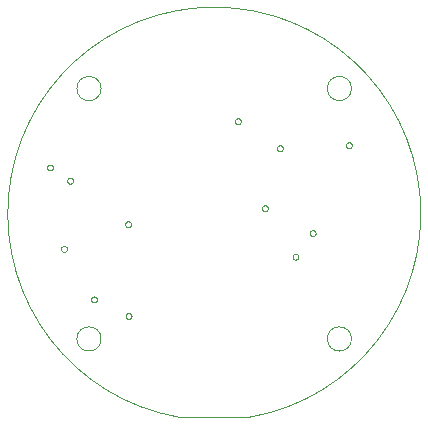
<source format=gbr>
%TF.GenerationSoftware,KiCad,Pcbnew,7.0.10*%
%TF.CreationDate,2024-12-10T02:13:03-05:00*%
%TF.ProjectId,comparison,636f6d70-6172-4697-936f-6e2e6b696361,rev?*%
%TF.SameCoordinates,Original*%
%TF.FileFunction,Profile,NP*%
%FSLAX46Y46*%
G04 Gerber Fmt 4.6, Leading zero omitted, Abs format (unit mm)*
G04 Created by KiCad (PCBNEW 7.0.10) date 2024-12-10 02:13:03*
%MOMM*%
%LPD*%
G01*
G04 APERTURE LIST*
%TA.AperFunction,Profile*%
%ADD10C,0.100000*%
%TD*%
G04 APERTURE END LIST*
D10*
X152666438Y-97886503D02*
X152688062Y-97889350D01*
X152709354Y-97894070D01*
X152730155Y-97900628D01*
X152750304Y-97908975D01*
X152769650Y-97919045D01*
X152788044Y-97930763D01*
X152805346Y-97944040D01*
X152821426Y-97958775D01*
X152836161Y-97974855D01*
X152849438Y-97992157D01*
X152861156Y-98010551D01*
X152871226Y-98029897D01*
X152879573Y-98050046D01*
X152886131Y-98070847D01*
X152890851Y-98092139D01*
X152893698Y-98113763D01*
X152894650Y-98135551D01*
X152893698Y-98157339D01*
X152890851Y-98178963D01*
X152886131Y-98200255D01*
X152879573Y-98221056D01*
X152871226Y-98241205D01*
X152861156Y-98260550D01*
X152849438Y-98278945D01*
X152836161Y-98296247D01*
X152821426Y-98312327D01*
X152805346Y-98327062D01*
X152788044Y-98340339D01*
X152769650Y-98352057D01*
X152750304Y-98362127D01*
X152730155Y-98370474D01*
X152709354Y-98377032D01*
X152688062Y-98381752D01*
X152666438Y-98384599D01*
X152644650Y-98385551D01*
X152622862Y-98384599D01*
X152601238Y-98381752D01*
X152579946Y-98377032D01*
X152559145Y-98370474D01*
X152538996Y-98362127D01*
X152519651Y-98352057D01*
X152501256Y-98340339D01*
X152483954Y-98327062D01*
X152467874Y-98312327D01*
X152453139Y-98296247D01*
X152439862Y-98278945D01*
X152428144Y-98260550D01*
X152418074Y-98241205D01*
X152409727Y-98221056D01*
X152403169Y-98200255D01*
X152398449Y-98178963D01*
X152395602Y-98157339D01*
X152394650Y-98135551D01*
X152395602Y-98113763D01*
X152398449Y-98092139D01*
X152403169Y-98070847D01*
X152409727Y-98050046D01*
X152418074Y-98029897D01*
X152428144Y-98010551D01*
X152439862Y-97992157D01*
X152453139Y-97974855D01*
X152467874Y-97958775D01*
X152483954Y-97944040D01*
X152501256Y-97930763D01*
X152519650Y-97919045D01*
X152538996Y-97908975D01*
X152559145Y-97900628D01*
X152579946Y-97894070D01*
X152601238Y-97889350D01*
X152622862Y-97886503D01*
X152644650Y-97885551D01*
X152666438Y-97886503D01*
X151214238Y-99875751D02*
X151235862Y-99878598D01*
X151257154Y-99883318D01*
X151277955Y-99889876D01*
X151298104Y-99898223D01*
X151317450Y-99908293D01*
X151335844Y-99920011D01*
X151353146Y-99933288D01*
X151369226Y-99948023D01*
X151383961Y-99964103D01*
X151397238Y-99981405D01*
X151408956Y-99999799D01*
X151419026Y-100019145D01*
X151427373Y-100039294D01*
X151433931Y-100060095D01*
X151438651Y-100081387D01*
X151441498Y-100103011D01*
X151442450Y-100124799D01*
X151441498Y-100146587D01*
X151438651Y-100168211D01*
X151433931Y-100189503D01*
X151427373Y-100210304D01*
X151419026Y-100230453D01*
X151408956Y-100249798D01*
X151397238Y-100268193D01*
X151383961Y-100285495D01*
X151369226Y-100301575D01*
X151353146Y-100316310D01*
X151335844Y-100329587D01*
X151317450Y-100341305D01*
X151298104Y-100351375D01*
X151277955Y-100359722D01*
X151257154Y-100366280D01*
X151235862Y-100371000D01*
X151214238Y-100373847D01*
X151192450Y-100374799D01*
X151170662Y-100373847D01*
X151149038Y-100371000D01*
X151127746Y-100366280D01*
X151106945Y-100359722D01*
X151086796Y-100351375D01*
X151067451Y-100341305D01*
X151049056Y-100329587D01*
X151031754Y-100316310D01*
X151015674Y-100301575D01*
X151000939Y-100285495D01*
X150987662Y-100268193D01*
X150975944Y-100249798D01*
X150965874Y-100230453D01*
X150957527Y-100210304D01*
X150950969Y-100189503D01*
X150946249Y-100168211D01*
X150943402Y-100146587D01*
X150942450Y-100124799D01*
X150943402Y-100103011D01*
X150946249Y-100081387D01*
X150950969Y-100060095D01*
X150957527Y-100039294D01*
X150965874Y-100019145D01*
X150975944Y-99999799D01*
X150987662Y-99981405D01*
X151000939Y-99964103D01*
X151015674Y-99948023D01*
X151031754Y-99933288D01*
X151049056Y-99920011D01*
X151067450Y-99908293D01*
X151086796Y-99898223D01*
X151106945Y-99889876D01*
X151127746Y-99883318D01*
X151149038Y-99878598D01*
X151170662Y-99875751D01*
X151192450Y-99874799D01*
X151214238Y-99875751D01*
X137080188Y-104881552D02*
X137101812Y-104884399D01*
X137123104Y-104889119D01*
X137143905Y-104895677D01*
X137164054Y-104904024D01*
X137183400Y-104914094D01*
X137201794Y-104925812D01*
X137219096Y-104939089D01*
X137235176Y-104953824D01*
X137249911Y-104969904D01*
X137263188Y-104987206D01*
X137274906Y-105005600D01*
X137284976Y-105024946D01*
X137293323Y-105045095D01*
X137299881Y-105065896D01*
X137304601Y-105087188D01*
X137307448Y-105108812D01*
X137308400Y-105130600D01*
X137307448Y-105152388D01*
X137304601Y-105174012D01*
X137299881Y-105195304D01*
X137293323Y-105216105D01*
X137284976Y-105236254D01*
X137274906Y-105255599D01*
X137263188Y-105273994D01*
X137249911Y-105291296D01*
X137235176Y-105307376D01*
X137219096Y-105322111D01*
X137201794Y-105335388D01*
X137183400Y-105347106D01*
X137164054Y-105357176D01*
X137143905Y-105365523D01*
X137123104Y-105372081D01*
X137101812Y-105376801D01*
X137080188Y-105379648D01*
X137058400Y-105380600D01*
X137036612Y-105379648D01*
X137014988Y-105376801D01*
X136993696Y-105372081D01*
X136972895Y-105365523D01*
X136952746Y-105357176D01*
X136933401Y-105347106D01*
X136915006Y-105335388D01*
X136897704Y-105322111D01*
X136881624Y-105307376D01*
X136866889Y-105291296D01*
X136853612Y-105273994D01*
X136841894Y-105255599D01*
X136831824Y-105236254D01*
X136823477Y-105216105D01*
X136816919Y-105195304D01*
X136812199Y-105174012D01*
X136809352Y-105152388D01*
X136808400Y-105130600D01*
X136809352Y-105108812D01*
X136812199Y-105087188D01*
X136816919Y-105065896D01*
X136823477Y-105045095D01*
X136831824Y-105024946D01*
X136841894Y-105005600D01*
X136853612Y-104987206D01*
X136866889Y-104969904D01*
X136881624Y-104953824D01*
X136897704Y-104939089D01*
X136915006Y-104925812D01*
X136933400Y-104914094D01*
X136952746Y-104904024D01*
X136972895Y-104895677D01*
X136993696Y-104889119D01*
X137014988Y-104884399D01*
X137036612Y-104881552D01*
X137058400Y-104880600D01*
X137080188Y-104881552D01*
X132141438Y-93443503D02*
X132163062Y-93446350D01*
X132184354Y-93451070D01*
X132205155Y-93457628D01*
X132225304Y-93465975D01*
X132244650Y-93476045D01*
X132263044Y-93487763D01*
X132280346Y-93501040D01*
X132296426Y-93515775D01*
X132311161Y-93531855D01*
X132324438Y-93549157D01*
X132336156Y-93567551D01*
X132346226Y-93586897D01*
X132354573Y-93607046D01*
X132361131Y-93627847D01*
X132365851Y-93649139D01*
X132368698Y-93670763D01*
X132369650Y-93692551D01*
X132368698Y-93714339D01*
X132365851Y-93735963D01*
X132361131Y-93757255D01*
X132354573Y-93778056D01*
X132346226Y-93798205D01*
X132336156Y-93817550D01*
X132324438Y-93835945D01*
X132311161Y-93853247D01*
X132296426Y-93869327D01*
X132280346Y-93884062D01*
X132263044Y-93897339D01*
X132244650Y-93909057D01*
X132225304Y-93919127D01*
X132205155Y-93927474D01*
X132184354Y-93934032D01*
X132163062Y-93938752D01*
X132141438Y-93941599D01*
X132119650Y-93942551D01*
X132097862Y-93941599D01*
X132076238Y-93938752D01*
X132054946Y-93934032D01*
X132034145Y-93927474D01*
X132013996Y-93919127D01*
X131994651Y-93909057D01*
X131976256Y-93897339D01*
X131958954Y-93884062D01*
X131942874Y-93869327D01*
X131928139Y-93853247D01*
X131914862Y-93835945D01*
X131903144Y-93817550D01*
X131893074Y-93798205D01*
X131884727Y-93778056D01*
X131878169Y-93757255D01*
X131873449Y-93735963D01*
X131870602Y-93714339D01*
X131869650Y-93692551D01*
X131870602Y-93670763D01*
X131873449Y-93649139D01*
X131878169Y-93627847D01*
X131884727Y-93607046D01*
X131893074Y-93586897D01*
X131903144Y-93567551D01*
X131914862Y-93549157D01*
X131928139Y-93531855D01*
X131942874Y-93515775D01*
X131958954Y-93501040D01*
X131976256Y-93487763D01*
X131994650Y-93476045D01*
X132013996Y-93465975D01*
X132034145Y-93457628D01*
X132054946Y-93451070D01*
X132076238Y-93446350D01*
X132097862Y-93443503D01*
X132119650Y-93442551D01*
X132141438Y-93443503D01*
X134166438Y-103493503D02*
X134188062Y-103496350D01*
X134209354Y-103501070D01*
X134230155Y-103507628D01*
X134250304Y-103515975D01*
X134269650Y-103526045D01*
X134288044Y-103537763D01*
X134305346Y-103551040D01*
X134321426Y-103565775D01*
X134336161Y-103581855D01*
X134349438Y-103599157D01*
X134361156Y-103617551D01*
X134371226Y-103636897D01*
X134379573Y-103657046D01*
X134386131Y-103677847D01*
X134390851Y-103699139D01*
X134393698Y-103720763D01*
X134394650Y-103742551D01*
X134393698Y-103764339D01*
X134390851Y-103785963D01*
X134386131Y-103807255D01*
X134379573Y-103828056D01*
X134371226Y-103848205D01*
X134361156Y-103867550D01*
X134349438Y-103885945D01*
X134336161Y-103903247D01*
X134321426Y-103919327D01*
X134305346Y-103934062D01*
X134288044Y-103947339D01*
X134269650Y-103959057D01*
X134250304Y-103969127D01*
X134230155Y-103977474D01*
X134209354Y-103984032D01*
X134188062Y-103988752D01*
X134166438Y-103991599D01*
X134144650Y-103992551D01*
X134122862Y-103991599D01*
X134101238Y-103988752D01*
X134079946Y-103984032D01*
X134059145Y-103977474D01*
X134038996Y-103969127D01*
X134019651Y-103959057D01*
X134001256Y-103947339D01*
X133983954Y-103934062D01*
X133967874Y-103919327D01*
X133953139Y-103903247D01*
X133939862Y-103885945D01*
X133928144Y-103867550D01*
X133918074Y-103848205D01*
X133909727Y-103828056D01*
X133903169Y-103807255D01*
X133898449Y-103785963D01*
X133895602Y-103764339D01*
X133894650Y-103742551D01*
X133895602Y-103720763D01*
X133898449Y-103699139D01*
X133903169Y-103677847D01*
X133909727Y-103657046D01*
X133918074Y-103636897D01*
X133928144Y-103617551D01*
X133939862Y-103599157D01*
X133953139Y-103581855D01*
X133967874Y-103565775D01*
X133983954Y-103551040D01*
X134001256Y-103537763D01*
X134019650Y-103526045D01*
X134038996Y-103515975D01*
X134059145Y-103507628D01*
X134079946Y-103501070D01*
X134101238Y-103496350D01*
X134122862Y-103493503D01*
X134144650Y-103492551D01*
X134166438Y-103493503D01*
X130441438Y-92318503D02*
X130463062Y-92321350D01*
X130484354Y-92326070D01*
X130505155Y-92332628D01*
X130525304Y-92340975D01*
X130544650Y-92351045D01*
X130563044Y-92362763D01*
X130580346Y-92376040D01*
X130596426Y-92390775D01*
X130611161Y-92406855D01*
X130624438Y-92424157D01*
X130636156Y-92442551D01*
X130646226Y-92461897D01*
X130654573Y-92482046D01*
X130661131Y-92502847D01*
X130665851Y-92524139D01*
X130668698Y-92545763D01*
X130669650Y-92567551D01*
X130668698Y-92589339D01*
X130665851Y-92610963D01*
X130661131Y-92632255D01*
X130654573Y-92653056D01*
X130646226Y-92673205D01*
X130636156Y-92692550D01*
X130624438Y-92710945D01*
X130611161Y-92728247D01*
X130596426Y-92744327D01*
X130580346Y-92759062D01*
X130563044Y-92772339D01*
X130544650Y-92784057D01*
X130525304Y-92794127D01*
X130505155Y-92802474D01*
X130484354Y-92809032D01*
X130463062Y-92813752D01*
X130441438Y-92816599D01*
X130419650Y-92817551D01*
X130397862Y-92816599D01*
X130376238Y-92813752D01*
X130354946Y-92809032D01*
X130334145Y-92802474D01*
X130313996Y-92794127D01*
X130294651Y-92784057D01*
X130276256Y-92772339D01*
X130258954Y-92759062D01*
X130242874Y-92744327D01*
X130228139Y-92728247D01*
X130214862Y-92710945D01*
X130203144Y-92692550D01*
X130193074Y-92673205D01*
X130184727Y-92653056D01*
X130178169Y-92632255D01*
X130173449Y-92610963D01*
X130170602Y-92589339D01*
X130169650Y-92567551D01*
X130170602Y-92545763D01*
X130173449Y-92524139D01*
X130178169Y-92502847D01*
X130184727Y-92482046D01*
X130193074Y-92461897D01*
X130203144Y-92442551D01*
X130214862Y-92424157D01*
X130228139Y-92406855D01*
X130242874Y-92390775D01*
X130258954Y-92376040D01*
X130276256Y-92362763D01*
X130294650Y-92351045D01*
X130313996Y-92340975D01*
X130334145Y-92332628D01*
X130354946Y-92326070D01*
X130376238Y-92321350D01*
X130397862Y-92318503D01*
X130419650Y-92317551D01*
X130441438Y-92318503D01*
X131616438Y-99218503D02*
X131638062Y-99221350D01*
X131659354Y-99226070D01*
X131680155Y-99232628D01*
X131700304Y-99240975D01*
X131719650Y-99251045D01*
X131738044Y-99262763D01*
X131755346Y-99276040D01*
X131771426Y-99290775D01*
X131786161Y-99306855D01*
X131799438Y-99324157D01*
X131811156Y-99342551D01*
X131821226Y-99361897D01*
X131829573Y-99382046D01*
X131836131Y-99402847D01*
X131840851Y-99424139D01*
X131843698Y-99445763D01*
X131844650Y-99467551D01*
X131843698Y-99489339D01*
X131840851Y-99510963D01*
X131836131Y-99532255D01*
X131829573Y-99553056D01*
X131821226Y-99573205D01*
X131811156Y-99592550D01*
X131799438Y-99610945D01*
X131786161Y-99628247D01*
X131771426Y-99644327D01*
X131755346Y-99659062D01*
X131738044Y-99672339D01*
X131719650Y-99684057D01*
X131700304Y-99694127D01*
X131680155Y-99702474D01*
X131659354Y-99709032D01*
X131638062Y-99713752D01*
X131616438Y-99716599D01*
X131594650Y-99717551D01*
X131572862Y-99716599D01*
X131551238Y-99713752D01*
X131529946Y-99709032D01*
X131509145Y-99702474D01*
X131488996Y-99694127D01*
X131469651Y-99684057D01*
X131451256Y-99672339D01*
X131433954Y-99659062D01*
X131417874Y-99644327D01*
X131403139Y-99628247D01*
X131389862Y-99610945D01*
X131378144Y-99592550D01*
X131368074Y-99573205D01*
X131359727Y-99553056D01*
X131353169Y-99532255D01*
X131348449Y-99510963D01*
X131345602Y-99489339D01*
X131344650Y-99467551D01*
X131345602Y-99445763D01*
X131348449Y-99424139D01*
X131353169Y-99402847D01*
X131359727Y-99382046D01*
X131368074Y-99361897D01*
X131378144Y-99342551D01*
X131389862Y-99324157D01*
X131403139Y-99306855D01*
X131417874Y-99290775D01*
X131433954Y-99276040D01*
X131451256Y-99262763D01*
X131469650Y-99251045D01*
X131488996Y-99240975D01*
X131509145Y-99232628D01*
X131529946Y-99226070D01*
X131551238Y-99221350D01*
X131572862Y-99218503D01*
X131594650Y-99217551D01*
X131616438Y-99218503D01*
X137045438Y-97125103D02*
X137067062Y-97127950D01*
X137088354Y-97132670D01*
X137109155Y-97139228D01*
X137129304Y-97147575D01*
X137148650Y-97157645D01*
X137167044Y-97169363D01*
X137184346Y-97182640D01*
X137200426Y-97197375D01*
X137215161Y-97213455D01*
X137228438Y-97230757D01*
X137240156Y-97249151D01*
X137250226Y-97268497D01*
X137258573Y-97288646D01*
X137265131Y-97309447D01*
X137269851Y-97330739D01*
X137272698Y-97352363D01*
X137273650Y-97374151D01*
X137272698Y-97395939D01*
X137269851Y-97417563D01*
X137265131Y-97438855D01*
X137258573Y-97459656D01*
X137250226Y-97479805D01*
X137240156Y-97499150D01*
X137228438Y-97517545D01*
X137215161Y-97534847D01*
X137200426Y-97550927D01*
X137184346Y-97565662D01*
X137167044Y-97578939D01*
X137148650Y-97590657D01*
X137129304Y-97600727D01*
X137109155Y-97609074D01*
X137088354Y-97615632D01*
X137067062Y-97620352D01*
X137045438Y-97623199D01*
X137023650Y-97624151D01*
X137001862Y-97623199D01*
X136980238Y-97620352D01*
X136958946Y-97615632D01*
X136938145Y-97609074D01*
X136917996Y-97600727D01*
X136898651Y-97590657D01*
X136880256Y-97578939D01*
X136862954Y-97565662D01*
X136846874Y-97550927D01*
X136832139Y-97534847D01*
X136818862Y-97517545D01*
X136807144Y-97499150D01*
X136797074Y-97479805D01*
X136788727Y-97459656D01*
X136782169Y-97438855D01*
X136777449Y-97417563D01*
X136774602Y-97395939D01*
X136773650Y-97374151D01*
X136774602Y-97352363D01*
X136777449Y-97330739D01*
X136782169Y-97309447D01*
X136788727Y-97288646D01*
X136797074Y-97268497D01*
X136807144Y-97249151D01*
X136818862Y-97230757D01*
X136832139Y-97213455D01*
X136846874Y-97197375D01*
X136862954Y-97182640D01*
X136880256Y-97169363D01*
X136898650Y-97157645D01*
X136917996Y-97147575D01*
X136938145Y-97139228D01*
X136958946Y-97132670D01*
X136980238Y-97127950D01*
X137001862Y-97125103D01*
X137023650Y-97124151D01*
X137045438Y-97125103D01*
X146337438Y-88403503D02*
X146359062Y-88406350D01*
X146380354Y-88411070D01*
X146401155Y-88417628D01*
X146421304Y-88425975D01*
X146440650Y-88436045D01*
X146459044Y-88447763D01*
X146476346Y-88461040D01*
X146492426Y-88475775D01*
X146507161Y-88491855D01*
X146520438Y-88509157D01*
X146532156Y-88527551D01*
X146542226Y-88546897D01*
X146550573Y-88567046D01*
X146557131Y-88587847D01*
X146561851Y-88609139D01*
X146564698Y-88630763D01*
X146565650Y-88652551D01*
X146564698Y-88674339D01*
X146561851Y-88695963D01*
X146557131Y-88717255D01*
X146550573Y-88738056D01*
X146542226Y-88758205D01*
X146532156Y-88777550D01*
X146520438Y-88795945D01*
X146507161Y-88813247D01*
X146492426Y-88829327D01*
X146476346Y-88844062D01*
X146459044Y-88857339D01*
X146440650Y-88869057D01*
X146421304Y-88879127D01*
X146401155Y-88887474D01*
X146380354Y-88894032D01*
X146359062Y-88898752D01*
X146337438Y-88901599D01*
X146315650Y-88902551D01*
X146293862Y-88901599D01*
X146272238Y-88898752D01*
X146250946Y-88894032D01*
X146230145Y-88887474D01*
X146209996Y-88879127D01*
X146190651Y-88869057D01*
X146172256Y-88857339D01*
X146154954Y-88844062D01*
X146138874Y-88829327D01*
X146124139Y-88813247D01*
X146110862Y-88795945D01*
X146099144Y-88777550D01*
X146089074Y-88758205D01*
X146080727Y-88738056D01*
X146074169Y-88717255D01*
X146069449Y-88695963D01*
X146066602Y-88674339D01*
X146065650Y-88652551D01*
X146066602Y-88630763D01*
X146069449Y-88609139D01*
X146074169Y-88587847D01*
X146080727Y-88567046D01*
X146089074Y-88546897D01*
X146099144Y-88527551D01*
X146110862Y-88509157D01*
X146124139Y-88491855D01*
X146138874Y-88475775D01*
X146154954Y-88461040D01*
X146172256Y-88447763D01*
X146190650Y-88436045D01*
X146209996Y-88425975D01*
X146230145Y-88417628D01*
X146250946Y-88411070D01*
X146272238Y-88406350D01*
X146293862Y-88403503D01*
X146315650Y-88402551D01*
X146337438Y-88403503D01*
X155735438Y-90435503D02*
X155757062Y-90438350D01*
X155778354Y-90443070D01*
X155799155Y-90449628D01*
X155819304Y-90457975D01*
X155838650Y-90468045D01*
X155857044Y-90479763D01*
X155874346Y-90493040D01*
X155890426Y-90507775D01*
X155905161Y-90523855D01*
X155918438Y-90541157D01*
X155930156Y-90559551D01*
X155940226Y-90578897D01*
X155948573Y-90599046D01*
X155955131Y-90619847D01*
X155959851Y-90641139D01*
X155962698Y-90662763D01*
X155963650Y-90684551D01*
X155962698Y-90706339D01*
X155959851Y-90727963D01*
X155955131Y-90749255D01*
X155948573Y-90770056D01*
X155940226Y-90790205D01*
X155930156Y-90809550D01*
X155918438Y-90827945D01*
X155905161Y-90845247D01*
X155890426Y-90861327D01*
X155874346Y-90876062D01*
X155857044Y-90889339D01*
X155838650Y-90901057D01*
X155819304Y-90911127D01*
X155799155Y-90919474D01*
X155778354Y-90926032D01*
X155757062Y-90930752D01*
X155735438Y-90933599D01*
X155713650Y-90934551D01*
X155691862Y-90933599D01*
X155670238Y-90930752D01*
X155648946Y-90926032D01*
X155628145Y-90919474D01*
X155607996Y-90911127D01*
X155588651Y-90901057D01*
X155570256Y-90889339D01*
X155552954Y-90876062D01*
X155536874Y-90861327D01*
X155522139Y-90845247D01*
X155508862Y-90827945D01*
X155497144Y-90809550D01*
X155487074Y-90790205D01*
X155478727Y-90770056D01*
X155472169Y-90749255D01*
X155467449Y-90727963D01*
X155464602Y-90706339D01*
X155463650Y-90684551D01*
X155464602Y-90662763D01*
X155467449Y-90641139D01*
X155472169Y-90619847D01*
X155478727Y-90599046D01*
X155487074Y-90578897D01*
X155497144Y-90559551D01*
X155508862Y-90541157D01*
X155522139Y-90523855D01*
X155536874Y-90507775D01*
X155552954Y-90493040D01*
X155570256Y-90479763D01*
X155588650Y-90468045D01*
X155607996Y-90457975D01*
X155628145Y-90449628D01*
X155648946Y-90443070D01*
X155670238Y-90438350D01*
X155691862Y-90435503D01*
X155713650Y-90434551D01*
X155735438Y-90435503D01*
X148623438Y-95769503D02*
X148645062Y-95772350D01*
X148666354Y-95777070D01*
X148687155Y-95783628D01*
X148707304Y-95791975D01*
X148726650Y-95802045D01*
X148745044Y-95813763D01*
X148762346Y-95827040D01*
X148778426Y-95841775D01*
X148793161Y-95857855D01*
X148806438Y-95875157D01*
X148818156Y-95893551D01*
X148828226Y-95912897D01*
X148836573Y-95933046D01*
X148843131Y-95953847D01*
X148847851Y-95975139D01*
X148850698Y-95996763D01*
X148851650Y-96018551D01*
X148850698Y-96040339D01*
X148847851Y-96061963D01*
X148843131Y-96083255D01*
X148836573Y-96104056D01*
X148828226Y-96124205D01*
X148818156Y-96143550D01*
X148806438Y-96161945D01*
X148793161Y-96179247D01*
X148778426Y-96195327D01*
X148762346Y-96210062D01*
X148745044Y-96223339D01*
X148726650Y-96235057D01*
X148707304Y-96245127D01*
X148687155Y-96253474D01*
X148666354Y-96260032D01*
X148645062Y-96264752D01*
X148623438Y-96267599D01*
X148601650Y-96268551D01*
X148579862Y-96267599D01*
X148558238Y-96264752D01*
X148536946Y-96260032D01*
X148516145Y-96253474D01*
X148495996Y-96245127D01*
X148476651Y-96235057D01*
X148458256Y-96223339D01*
X148440954Y-96210062D01*
X148424874Y-96195327D01*
X148410139Y-96179247D01*
X148396862Y-96161945D01*
X148385144Y-96143550D01*
X148375074Y-96124205D01*
X148366727Y-96104056D01*
X148360169Y-96083255D01*
X148355449Y-96061963D01*
X148352602Y-96040339D01*
X148351650Y-96018551D01*
X148352602Y-95996763D01*
X148355449Y-95975139D01*
X148360169Y-95953847D01*
X148366727Y-95933046D01*
X148375074Y-95912897D01*
X148385144Y-95893551D01*
X148396862Y-95875157D01*
X148410139Y-95857855D01*
X148424874Y-95841775D01*
X148440954Y-95827040D01*
X148458256Y-95813763D01*
X148476650Y-95802045D01*
X148495996Y-95791975D01*
X148516145Y-95783628D01*
X148536946Y-95777070D01*
X148558238Y-95772350D01*
X148579862Y-95769503D01*
X148601650Y-95768551D01*
X148623438Y-95769503D01*
X149893438Y-90689503D02*
X149915062Y-90692350D01*
X149936354Y-90697070D01*
X149957155Y-90703628D01*
X149977304Y-90711975D01*
X149996650Y-90722045D01*
X150015044Y-90733763D01*
X150032346Y-90747040D01*
X150048426Y-90761775D01*
X150063161Y-90777855D01*
X150076438Y-90795157D01*
X150088156Y-90813551D01*
X150098226Y-90832897D01*
X150106573Y-90853046D01*
X150113131Y-90873847D01*
X150117851Y-90895139D01*
X150120698Y-90916763D01*
X150121650Y-90938551D01*
X150120698Y-90960339D01*
X150117851Y-90981963D01*
X150113131Y-91003255D01*
X150106573Y-91024056D01*
X150098226Y-91044205D01*
X150088156Y-91063550D01*
X150076438Y-91081945D01*
X150063161Y-91099247D01*
X150048426Y-91115327D01*
X150032346Y-91130062D01*
X150015044Y-91143339D01*
X149996650Y-91155057D01*
X149977304Y-91165127D01*
X149957155Y-91173474D01*
X149936354Y-91180032D01*
X149915062Y-91184752D01*
X149893438Y-91187599D01*
X149871650Y-91188551D01*
X149849862Y-91187599D01*
X149828238Y-91184752D01*
X149806946Y-91180032D01*
X149786145Y-91173474D01*
X149765996Y-91165127D01*
X149746651Y-91155057D01*
X149728256Y-91143339D01*
X149710954Y-91130062D01*
X149694874Y-91115327D01*
X149680139Y-91099247D01*
X149666862Y-91081945D01*
X149655144Y-91063550D01*
X149645074Y-91044205D01*
X149636727Y-91024056D01*
X149630169Y-91003255D01*
X149625449Y-90981963D01*
X149622602Y-90960339D01*
X149621650Y-90938551D01*
X149622602Y-90916763D01*
X149625449Y-90895139D01*
X149630169Y-90873847D01*
X149636727Y-90853046D01*
X149645074Y-90832897D01*
X149655144Y-90813551D01*
X149666862Y-90795157D01*
X149680139Y-90777855D01*
X149694874Y-90761775D01*
X149710954Y-90747040D01*
X149728256Y-90733763D01*
X149746650Y-90722045D01*
X149765996Y-90711975D01*
X149786145Y-90703628D01*
X149806946Y-90697070D01*
X149828238Y-90692350D01*
X149849862Y-90689503D01*
X149871650Y-90688551D01*
X149893438Y-90689503D01*
X155935808Y-107084551D02*
G75*
G03*
X153887492Y-107084551I-1024158J0D01*
G01*
X153887492Y-107084551D02*
G75*
G03*
X155935808Y-107084551I1024158J0D01*
G01*
X134733208Y-107087151D02*
G75*
G03*
X132684892Y-107087151I-1024158J0D01*
G01*
X132684892Y-107087151D02*
G75*
G03*
X134733208Y-107087151I1024158J0D01*
G01*
X134730608Y-85884551D02*
G75*
G03*
X132682292Y-85884551I-1024158J0D01*
G01*
X132682292Y-85884551D02*
G75*
G03*
X134730608Y-85884551I1024158J0D01*
G01*
X147309496Y-113712120D02*
G75*
G03*
X141309050Y-113709551I-2992846J17227570D01*
G01*
X141309050Y-113709551D02*
X147309050Y-113709551D01*
X155933208Y-85881951D02*
G75*
G03*
X153884892Y-85881951I-1024158J0D01*
G01*
X153884892Y-85881951D02*
G75*
G03*
X155933208Y-85881951I1024158J0D01*
G01*
M02*

</source>
